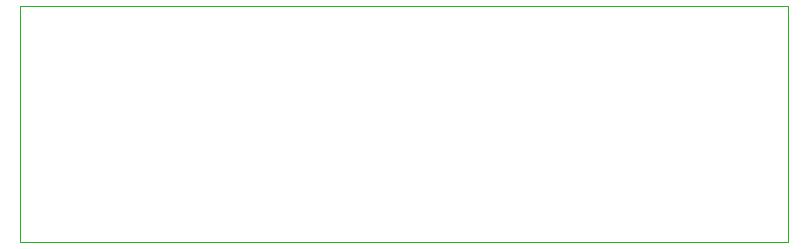
<source format=gbr>
%TF.GenerationSoftware,KiCad,Pcbnew,(6.0.11-0)*%
%TF.CreationDate,2023-03-19T15:11:57+09:00*%
%TF.ProjectId,MB-RL7021-11-M5StickC,4d422d52-4c37-4303-9231-2d31312d4d35,rev?*%
%TF.SameCoordinates,Original*%
%TF.FileFunction,Profile,NP*%
%FSLAX46Y46*%
G04 Gerber Fmt 4.6, Leading zero omitted, Abs format (unit mm)*
G04 Created by KiCad (PCBNEW (6.0.11-0)) date 2023-03-19 15:11:57*
%MOMM*%
%LPD*%
G01*
G04 APERTURE LIST*
%TA.AperFunction,Profile*%
%ADD10C,0.100000*%
%TD*%
G04 APERTURE END LIST*
D10*
X183000000Y-107000000D02*
X118000000Y-107000000D01*
X118000000Y-107000000D02*
X118000000Y-127000000D01*
X183000000Y-127000000D02*
X183000000Y-107000000D01*
X118000000Y-127000000D02*
X183000000Y-127000000D01*
M02*

</source>
